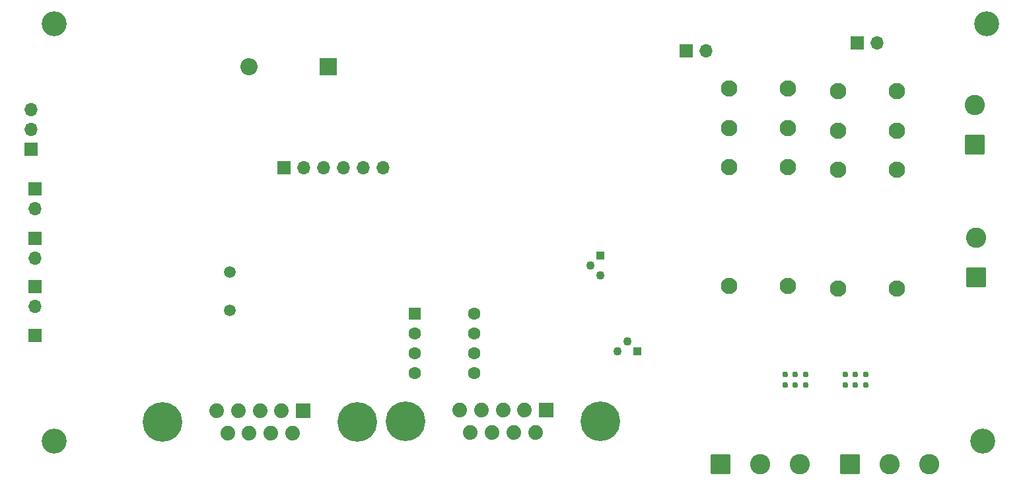
<source format=gbr>
%TF.GenerationSoftware,KiCad,Pcbnew,9.0.0*%
%TF.CreationDate,2025-04-23T23:28:36+02:00*%
%TF.ProjectId,Proyecto_ArgibayManuel_YangAlex,50726f79-6563-4746-9f5f-417267696261,rev?*%
%TF.SameCoordinates,Original*%
%TF.FileFunction,Soldermask,Bot*%
%TF.FilePolarity,Negative*%
%FSLAX46Y46*%
G04 Gerber Fmt 4.6, Leading zero omitted, Abs format (unit mm)*
G04 Created by KiCad (PCBNEW 9.0.0) date 2025-04-23 23:28:36*
%MOMM*%
%LPD*%
G01*
G04 APERTURE LIST*
G04 Aperture macros list*
%AMRoundRect*
0 Rectangle with rounded corners*
0 $1 Rounding radius*
0 $2 $3 $4 $5 $6 $7 $8 $9 X,Y pos of 4 corners*
0 Add a 4 corners polygon primitive as box body*
4,1,4,$2,$3,$4,$5,$6,$7,$8,$9,$2,$3,0*
0 Add four circle primitives for the rounded corners*
1,1,$1+$1,$2,$3*
1,1,$1+$1,$4,$5*
1,1,$1+$1,$6,$7*
1,1,$1+$1,$8,$9*
0 Add four rect primitives between the rounded corners*
20,1,$1+$1,$2,$3,$4,$5,0*
20,1,$1+$1,$4,$5,$6,$7,0*
20,1,$1+$1,$6,$7,$8,$9,0*
20,1,$1+$1,$8,$9,$2,$3,0*%
G04 Aperture macros list end*
%ADD10R,1.090000X1.090000*%
%ADD11C,1.090000*%
%ADD12R,1.700000X1.700000*%
%ADD13O,1.700000X1.700000*%
%ADD14RoundRect,0.250000X-1.050000X-1.050000X1.050000X-1.050000X1.050000X1.050000X-1.050000X1.050000X0*%
%ADD15C,2.600000*%
%ADD16R,2.200000X2.200000*%
%ADD17O,2.200000X2.200000*%
%ADD18C,0.770000*%
%ADD19C,3.200000*%
%ADD20R,1.879600X1.879600*%
%ADD21C,1.879600*%
%ADD22C,5.080000*%
%ADD23RoundRect,0.250000X-0.550000X-0.550000X0.550000X-0.550000X0.550000X0.550000X-0.550000X0.550000X0*%
%ADD24C,1.600000*%
%ADD25RoundRect,0.250000X1.050000X-1.050000X1.050000X1.050000X-1.050000X1.050000X-1.050000X-1.050000X0*%
%ADD26C,2.100000*%
%ADD27C,1.500000*%
G04 APERTURE END LIST*
D10*
%TO.C,Q2*%
X176770000Y-79000000D03*
D11*
X175500000Y-77730000D03*
X174230000Y-79000000D03*
%TD*%
D12*
%TO.C,J1*%
X204960000Y-39500000D03*
D13*
X207500000Y-39500000D03*
%TD*%
D12*
%TO.C,J5*%
X99500000Y-64500000D03*
D13*
X99500000Y-67040000D03*
%TD*%
D14*
%TO.C,J8*%
X204000000Y-93500000D03*
D15*
X209080000Y-93500000D03*
X214160000Y-93500000D03*
%TD*%
D14*
%TO.C,J7*%
X187420000Y-93500000D03*
D15*
X192500000Y-93500000D03*
X197580000Y-93500000D03*
%TD*%
D16*
%TO.C,D3*%
X137080000Y-42500000D03*
D17*
X126920000Y-42500000D03*
%TD*%
D10*
%TO.C,Q1*%
X172000000Y-66730000D03*
D11*
X170730000Y-68000000D03*
X172000000Y-69270000D03*
%TD*%
D12*
%TO.C,J6*%
X99500000Y-70725000D03*
D13*
X99500000Y-73265000D03*
%TD*%
D18*
%TO.C,U6*%
X198300000Y-82000000D03*
X197000000Y-82000000D03*
X195700000Y-82000000D03*
X198300000Y-83300000D03*
X197000000Y-83300000D03*
X195700000Y-83300000D03*
%TD*%
D12*
%TO.C,J9*%
X99000000Y-53080000D03*
D13*
X99000000Y-50540000D03*
X99000000Y-48000000D03*
%TD*%
D19*
%TO.C,REF\u002A\u002A*%
X221000000Y-90500000D03*
%TD*%
D20*
%TO.C,X1*%
X165040000Y-86576500D03*
D21*
X162270000Y-86576500D03*
X159500000Y-86576500D03*
X156730000Y-86576500D03*
X153960000Y-86576500D03*
X163650000Y-89416500D03*
X160880000Y-89416500D03*
X158120000Y-89416500D03*
X155350000Y-89416500D03*
D22*
X172000000Y-87996500D03*
X147000000Y-87996500D03*
%TD*%
D19*
%TO.C,REF\u002A\u002A*%
X102000000Y-90500000D03*
%TD*%
D18*
%TO.C,U7*%
X206000000Y-82000000D03*
X204700000Y-82000000D03*
X203400000Y-82000000D03*
X206000000Y-83300000D03*
X204700000Y-83300000D03*
X203400000Y-83300000D03*
%TD*%
D12*
%TO.C,J12*%
X131420000Y-55500000D03*
D13*
X133960000Y-55500000D03*
X136500000Y-55500000D03*
X139040000Y-55500000D03*
X141580000Y-55500000D03*
X144120000Y-55500000D03*
%TD*%
D19*
%TO.C,REF\u002A\u002A*%
X221500000Y-37000000D03*
%TD*%
D12*
%TO.C,J4*%
X99500000Y-58225000D03*
D13*
X99500000Y-60765000D03*
%TD*%
D23*
%TO.C,U8*%
X148195000Y-74190000D03*
D24*
X148195000Y-76730000D03*
X148195000Y-79270000D03*
X148195000Y-81810000D03*
X155815000Y-81810000D03*
X155815000Y-79270000D03*
X155815000Y-76730000D03*
X155815000Y-74190000D03*
%TD*%
D25*
%TO.C,J11*%
X220000000Y-52500000D03*
D15*
X220000000Y-47420000D03*
%TD*%
D19*
%TO.C,REF\u002A\u002A*%
X102000000Y-37000000D03*
%TD*%
D26*
%TO.C,K1*%
X196000000Y-50360000D03*
X188500000Y-50360000D03*
X196000000Y-55400000D03*
X188500000Y-55400000D03*
X196000000Y-45320000D03*
X188500000Y-45320000D03*
X196000000Y-70660000D03*
X188500000Y-70660000D03*
%TD*%
D12*
%TO.C,J2*%
X99500000Y-77000000D03*
%TD*%
D20*
%TO.C,X2*%
X133890000Y-86660000D03*
D21*
X131120000Y-86660000D03*
X128350000Y-86660000D03*
X125580000Y-86660000D03*
X122810000Y-86660000D03*
X132500000Y-89500000D03*
X129730000Y-89500000D03*
X126970000Y-89500000D03*
X124200000Y-89500000D03*
D22*
X140850000Y-88080000D03*
X115850000Y-88080000D03*
%TD*%
D25*
%TO.C,J10*%
X220167500Y-69545000D03*
D15*
X220167500Y-64465000D03*
%TD*%
D12*
%TO.C,J3*%
X182960000Y-40500000D03*
D13*
X185500000Y-40500000D03*
%TD*%
D26*
%TO.C,K2*%
X210000000Y-50700000D03*
X202500000Y-50700000D03*
X210000000Y-55740000D03*
X202500000Y-55740000D03*
X210000000Y-45660000D03*
X202500000Y-45660000D03*
X210000000Y-71000000D03*
X202500000Y-71000000D03*
%TD*%
D27*
%TO.C,Y1*%
X124500000Y-68890000D03*
X124500000Y-73770000D03*
%TD*%
M02*

</source>
